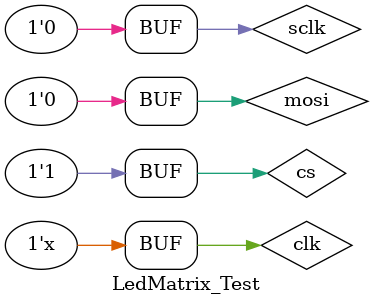
<source format=v>
`timescale 1ns / 1ps

`define MAX_COL_IDX 4'd12

module LedMatrix
(
  input  clk,
  input  cs,
  input  sclk,
  input  mosi,
  output reg [103:0] columns,
  output reg [15:0] rows
);
/*
Pixels information is stored in bytes. The following order is applied:
  column 0, row 0 --->|7|6|5|4|3|2|1|0| |7|6|5|4|3|2|1|0|<--- column 1, row 0 : |7|6|5|4|3|2|1|0|<-- column 12, row 0
  column 0, row 1 --->|7|6|5|4|3|2|1|0| |7|6|5|4|3|2|1|0|<--- column 1, row 1 : |7|6|5|4|3|2|1|0|<-- column 12, row 1
  column 0, row 2 --->|7|6|5|4|3|2|1|0| |7|6|5|4|3|2|1|0|<--- column 1, row 2 : |7|6|5|4|3|2|1|0|<-- column 12, row 2
  ...................................................................................................................
  column 0, row 15 -->|7|6|5|4|3|2|1|0| |7|6|5|4|3|2|1|0|<-- column 1, row 15 : |7|6|5|4|3|2|1|0|<-- column 12, row 15
*/
reg  [103:0]  pixels [0:15];
reg  [15:0]   spi_shift_register    = 16'd0;
reg  [12:0]   scan_rate_counter     = 13'd0;
reg  [7:0]    intensity             = 8'd0;
reg  [7:0]    column_idx            = 8'd0;
wire [3:0]    active_row            = scan_rate_counter[12:9];
wire [7:0]    pwm_counter           = scan_rate_counter[8:1];
wire [7:0]    address               = spi_shift_register[15:8];
wire [7:0]    data                  = spi_shift_register[7:0];
wire [3:0]    row_idx               = address[3:0];
wire [3:0]    column_byte_idx       = address[7:4];


// Reading the mosi line and store the data
always@(posedge sclk) begin
  if(!cs) begin
    spi_shift_register = spi_shift_register << 1;
    spi_shift_register[0] = mosi;
  end
end
  
// Process input data frame
always@(posedge cs) begin
  if(address == 8'hff) begin
    intensity = data;
  end
  else if( column_byte_idx <= `MAX_COL_IDX ) begin
    column_idx = 8'd0;
    column_idx[6:3] = column_byte_idx;
    pixels[row_idx][column_idx +: 8] = ~data;
  end
end

// Create scan rate and update column and row latches
always@(posedge clk) begin
  if(pwm_counter <= intensity) begin
    columns = pixels[active_row];
    case (active_row)
      0:  rows = 16'b1111111111111110;
      1:  rows = 16'b1111111111111101;
      2:  rows = 16'b1111111111111011;
      3:  rows = 16'b1111111111110111;
      4:  rows = 16'b1111111111101111;
      5:  rows = 16'b1111111111011111;
      6:  rows = 16'b1111111110111111;
      7:  rows = 16'b1111111101111111;
      8:  rows = 16'b1111111011111111;
      9:  rows = 16'b1111110111111111;
      10: rows = 16'b1111101111111111;
      11: rows = 16'b1111011111111111;
      12: rows = 16'b1110111111111111;
      13: rows = 16'b1101111111111111;
      14: rows = 16'b1011111111111111;
      15: rows = 16'b0111111111111111;
      default: rows = ~(16'd0);
    endcase
  end
  else begin
    columns = ~(104'd0);
    rows = ~(16'd0);
  end
  scan_rate_counter = scan_rate_counter + 13'd1;
end

initial begin
  rows       = ~(16'd0);
  columns    = ~(104'd0);
  pixels[0]  = ~(104'd0);
  pixels[1]  = ~(104'd0);
  pixels[2]  = ~(104'd0);
  pixels[3]  = ~(104'd0);
  pixels[4]  = ~(104'd0);
  pixels[5]  = ~(104'd0);
  pixels[6]  = ~(104'd0);
  pixels[7]  = ~(104'd0);
  pixels[8]  = ~(104'd0);
  pixels[9]  = ~(104'd0);
  pixels[10] = ~(104'd0);
  pixels[11] = ~(104'd0);
  pixels[12] = ~(104'd0);
  pixels[13] = ~(104'd0);
  pixels[14] = ~(104'd0);
  pixels[15] = ~(104'd0);
end

endmodule


module LedMatrix_Test;
reg          clk;
reg          cs;
reg          sclk;
reg          mosi;
wire [103:0] columns;
wire [15:0]  rows;

// Create clock with 5.3MHz
always #90.909 clk = ~clk;
parameter clk_period = 181.818;
parameter sclk_half_period = 500; // Simulate 1MHz SPI clock

LedMatrix DUT (.clk(clk), .cs(cs), .sclk(sclk), .mosi(mosi), .columns(columns), .rows(rows));

initial begin
    clk  = 1'b0;
    cs   = 1'b1;
    sclk = 1'b0;
    mosi = 1'b0;
    #(clk_period)
    #(clk_period)
    cs = 1'b0; // Simulate a cs glitch
    #(clk_period)
    #(clk_period)
    cs = 1'b1;
    #(clk_period)
    #(clk_period)
    // Set intensity = 255
    cs = 1'b0;
    #20
    mosi = 1'b1;
    #20
    sclk = 1'b1; // Bit 15
    #(sclk_half_period)
    sclk = 1'b0;
    #(sclk_half_period)
    sclk = 1'b1; // Bit 14
    #(sclk_half_period)
    sclk = 1'b0;
    #(sclk_half_period)
    sclk = 1'b1; // Bit 13
    #(sclk_half_period)
    sclk = 1'b0;
    #(sclk_half_period)
    sclk = 1'b1; // Bit 12
    #(sclk_half_period)
    sclk = 1'b0;
    #(sclk_half_period)
    sclk = 1'b1; // Bit 11
    #(sclk_half_period)
    sclk = 1'b0;
    #(sclk_half_period)
    sclk = 1'b1; // Bit 10
    #(sclk_half_period)
    sclk = 1'b0;
    #(sclk_half_period)
    sclk = 1'b1; // Bit 9
    #(sclk_half_period)
    sclk = 1'b0;
    #(sclk_half_period)
    sclk = 1'b1; // Bit 8
    #(sclk_half_period)
    sclk = 1'b0;
    #(sclk_half_period)
    sclk = 1'b1; // Bit 7
    #(sclk_half_period)
    sclk = 1'b0;
    #(sclk_half_period)
    sclk = 1'b1; // Bit 6
    #(sclk_half_period)
    sclk = 1'b0;
    #(sclk_half_period)
    sclk = 1'b1; // Bit 5
    #(sclk_half_period)
    sclk = 1'b0;
    #(sclk_half_period)
    sclk = 1'b1; // Bit 4
    #(sclk_half_period)
    sclk = 1'b0;
    #(sclk_half_period)
    sclk = 1'b1; // Bit 3
    #(sclk_half_period)
    sclk = 1'b0;
    #(sclk_half_period)
    sclk = 1'b1; // Bit 2
    #(sclk_half_period)
    sclk = 1'b0;
    #(sclk_half_period)
    sclk = 1'b1; // Bit 1
    #(sclk_half_period)
    sclk = 1'b0;
    #(sclk_half_period)
    sclk = 1'b1; // Bit 0
    #(sclk_half_period)
    sclk = 1'b0;
    #20
    mosi = 1'b0;
    cs   = 1'b1;

    #(clk_period)
    #(clk_period)

    // Turn on the pixel at x=0, y=0
    cs = 1'b0;
    #20
    mosi = 1'b0;
    #20
    sclk = 1'b1; // Bit 15
    #(sclk_half_period)
    sclk = 1'b0;
    #(sclk_half_period)
    sclk = 1'b1; // Bit 14
    #(sclk_half_period)
    sclk = 1'b0;
    #(sclk_half_period)
    sclk = 1'b1; // Bit 13
    #(sclk_half_period)
    sclk = 1'b0;
    #(sclk_half_period)
    sclk = 1'b1; // Bit 12
    #(sclk_half_period)
    sclk = 1'b0;
    #(sclk_half_period)
    sclk = 1'b1; // Bit 11
    #(sclk_half_period)
    sclk = 1'b0;
    #(sclk_half_period)
    sclk = 1'b1; // Bit 10
    #(sclk_half_period)
    sclk = 1'b0;
    #(sclk_half_period)
    sclk = 1'b1; // Bit 9
    #(sclk_half_period)
    sclk = 1'b0;
    #(sclk_half_period)
    sclk = 1'b1; // Bit 8
    #(sclk_half_period)
    sclk = 1'b0;
    #25
    mosi = 1'b1;
    #25
    sclk = 1'b1; // Bit 7
    #(sclk_half_period)
    sclk = 1'b0;
    mosi = 1'b0;
    #(sclk_half_period)
    sclk = 1'b1; // Bit 6
    #(sclk_half_period)
    sclk = 1'b0;
    #(sclk_half_period)
    sclk = 1'b1; // Bit 5
    #(sclk_half_period)
    sclk = 1'b0;
    #(sclk_half_period)
    sclk = 1'b1; // Bit 4
    #(sclk_half_period)
    sclk = 1'b0;
    #(sclk_half_period)
    sclk = 1'b1; // Bit 3
    #(sclk_half_period)
    sclk = 1'b0;
    #(sclk_half_period)
    sclk = 1'b1; // Bit 2
    #(sclk_half_period)
    sclk = 1'b0;
    #(sclk_half_period)
    sclk = 1'b1; // Bit 1
    #(sclk_half_period)
    sclk = 1'b0;
    #(sclk_half_period)
    sclk = 1'b1; // Bit 0
    #(sclk_half_period)
    sclk = 1'b0;
    #20
    mosi = 1'b0;
    cs   = 1'b1;

    #10000000;
end

endmodule
</source>
